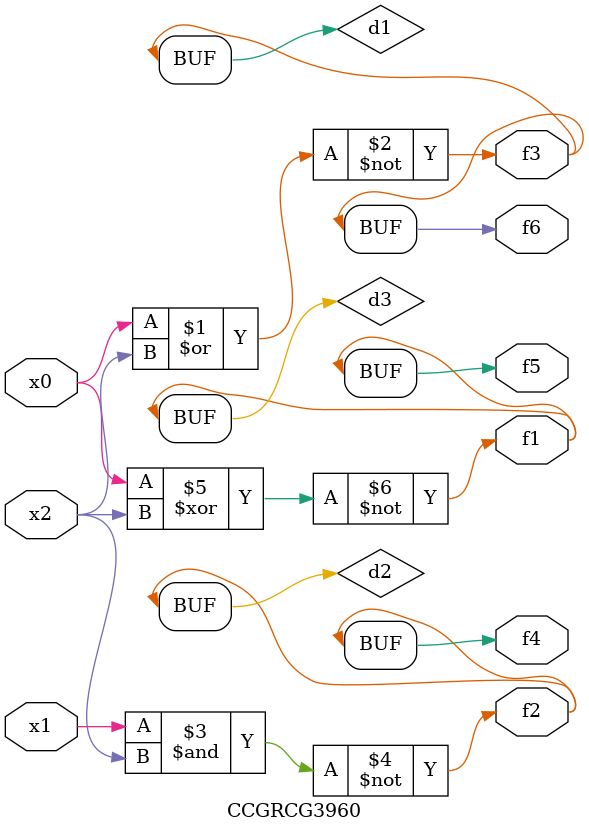
<source format=v>
module CCGRCG3960(
	input x0, x1, x2,
	output f1, f2, f3, f4, f5, f6
);

	wire d1, d2, d3;

	nor (d1, x0, x2);
	nand (d2, x1, x2);
	xnor (d3, x0, x2);
	assign f1 = d3;
	assign f2 = d2;
	assign f3 = d1;
	assign f4 = d2;
	assign f5 = d3;
	assign f6 = d1;
endmodule

</source>
